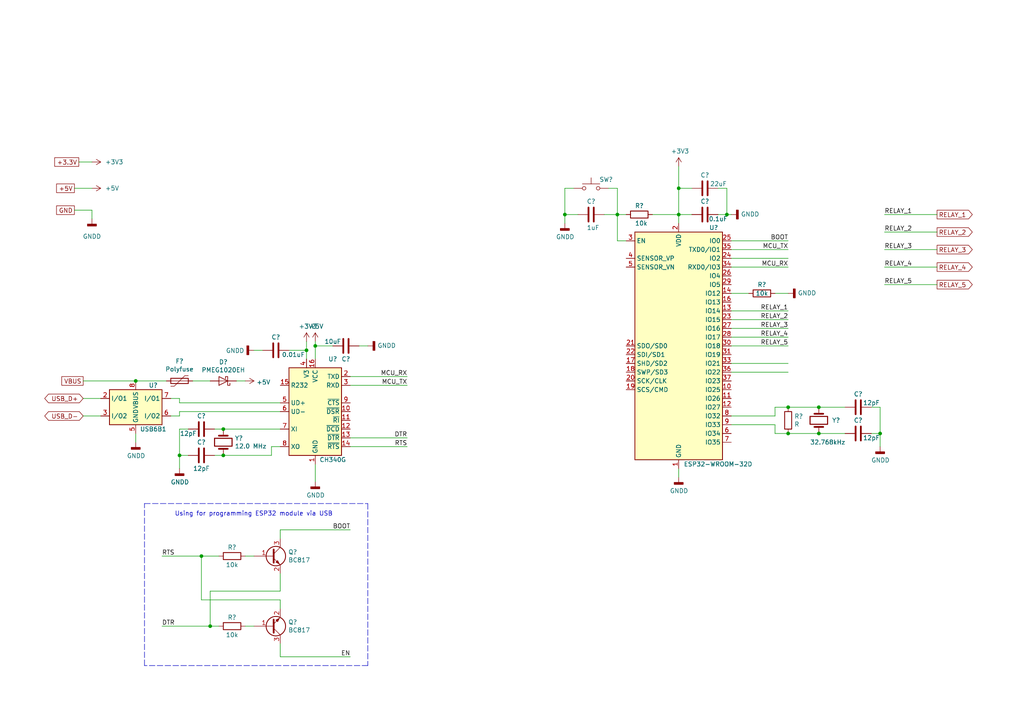
<source format=kicad_sch>
(kicad_sch (version 20211123) (generator eeschema)
  (paper "A4")
  (title_block (title "BoxyFarmer") (date "2022-03-20") (rev "v1.0"))
  (lib_symbols
    (symbol "Device:C" (pin_numbers hide) (pin_names (offset 0.254))
      (property "Reference" "C" (at 0.635 2.54 0))
      (property "Value" "C" (at 0.635 -2.54 0))
      (symbol "C_0_1"
        (polyline (pts (xy -2.032 -0.762) (xy 2.032 -0.762)) (stroke (width 0.508)))
        (polyline (pts (xy -2.032 0.762) (xy 2.032 0.762)) (stroke (width 0.508)))
      )
      (symbol "C_1_1"
        (pin passive line (at 0 3.81 270) (length 2.794) (name "~") (number "1"))
        (pin passive line (at 0 -3.81 90) (length 2.794) (name "~") (number "2"))
      )
    )
    (symbol "Device:Crystal" (pin_numbers hide) (pin_names (offset 1.016) hide)
      (property "Reference" "Y" (at 0 3.81 0))
      (property "Value" "Crystal" (at 0 -3.81 0))
      (symbol "Crystal_0_1"
        (rectangle (start -1.143 2.54) (end 1.143 -2.54) (stroke (width 0.3048)))
        (polyline (pts (xy -2.54 0) (xy -1.905 0)))
        (polyline (pts (xy -1.905 -1.27) (xy -1.905 1.27)) (stroke (width 0.508)))
        (polyline (pts (xy 1.905 -1.27) (xy 1.905 1.27)) (stroke (width 0.508)))
        (polyline (pts (xy 2.54 0) (xy 1.905 0)))
      )
      (symbol "Crystal_1_1"
        (pin passive line (at -3.81 0 0) (length 1.27) (name "1") (number "1"))
        (pin passive line (at 3.81 0 180) (length 1.27) (name "2") (number "2"))
      )
    )
    (symbol "Device:Polyfuse" (pin_numbers hide) (pin_names (offset 0))
      (property "Reference" "F" (at -2.54 0 90))
      (property "Value" "Polyfuse" (at 2.54 0 90))
      (symbol "Polyfuse_0_1"
        (rectangle (start -0.762 2.54) (end 0.762 -2.54) (stroke (width 0.254)))
        (polyline (pts (xy 0 2.54) (xy 0 -2.54)))
        (polyline (pts (xy -1.524 2.54) (xy -1.524 1.524) (xy 1.524 -1.524) (xy 1.524 -2.54)))
      )
      (symbol "Polyfuse_1_1"
        (pin passive line (at 0 3.81 270) (length 1.27) (name "~") (number "1"))
        (pin passive line (at 0 -3.81 90) (length 1.27) (name "~") (number "2"))
      )
    )
    (symbol "Device:R" (pin_numbers hide) (pin_names (offset 0))
      (property "Reference" "R" (at 2.032 0 90))
      (property "Value" "R" (at 0 0 90))
      (symbol "R_0_1"
        (rectangle (start -1.016 -2.54) (end 1.016 2.54) (stroke (width 0.254)))
      )
      (symbol "R_1_1"
        (pin passive line (at 0 3.81 270) (length 1.27) (name "~") (number "1"))
        (pin passive line (at 0 -3.81 90) (length 1.27) (name "~") (number "2"))
      )
    )
    (symbol "Diode:PMEG1020EH" (pin_numbers hide) (pin_names hide)
      (property "Reference" "D" (at 0 2.54 0))
      (property "Value" "PMEG1020EH" (at 0 -2.54 0))
      (symbol "PMEG1020EH_0_1"
        (polyline (pts (xy 1.27 0) (xy -1.27 0)))
        (polyline (pts (xy 1.27 1.27) (xy 1.27 -1.27) (xy -1.27 0) (xy 1.27 1.27)) (stroke (width 0.2032)))
        (polyline (pts (xy -1.905 0.635) (xy -1.905 1.27) (xy -1.27 1.27) (xy -1.27 -1.27) (xy -0.635 -1.27) (xy -0.635 -0.635)) (stroke (width 0.2032)))
      )
      (symbol "PMEG1020EH_1_1"
        (pin passive line (at -3.81 0 0) (length 2.54) (name "K") (number "1"))
        (pin passive line (at 3.81 0 180) (length 2.54) (name "A") (number "2"))
      )
    )
    (symbol "Interface_USB:CH340G"
      (property "Reference" "U" (at -5.08 13.97 0))
      (property "Value" "CH340G" (at 1.27 13.97 0))
      (symbol "CH340G_0_1"
        (rectangle (start -7.62 12.7) (end 7.62 -12.7) (stroke (width 0.254)) (fill (type background)))
      )
      (symbol "CH340G_1_1"
        (pin power_in line (at 0 -15.24 90) (length 2.54) (name "GND") (number "1"))
        (pin input line (at 10.16 0 180) (length 2.54) (name "~{DSR}") (number "10"))
        (pin input line (at 10.16 -2.54 180) (length 2.54) (name "~{RI}") (number "11"))
        (pin input line (at 10.16 -5.08 180) (length 2.54) (name "~{DCD}") (number "12"))
        (pin output line (at 10.16 -7.62 180) (length 2.54) (name "~{DTR}") (number "13"))
        (pin output line (at 10.16 -10.16 180) (length 2.54) (name "~{RTS}") (number "14"))
        (pin input line (at -10.16 7.62 0) (length 2.54) (name "R232") (number "15"))
        (pin power_in line (at 0 15.24 270) (length 2.54) (name "VCC") (number "16"))
        (pin output line (at 10.16 10.16 180) (length 2.54) (name "TXD") (number "2"))
        (pin input line (at 10.16 7.62 180) (length 2.54) (name "RXD") (number "3"))
        (pin passive line (at -2.54 15.24 270) (length 2.54) (name "V3") (number "4"))
        (pin bidirectional line (at -10.16 2.54 0) (length 2.54) (name "UD+") (number "5"))
        (pin bidirectional line (at -10.16 0 0) (length 2.54) (name "UD-") (number "6"))
        (pin input line (at -10.16 -5.08 0) (length 2.54) (name "XI") (number "7"))
        (pin output line (at -10.16 -10.16 0) (length 2.54) (name "XO") (number "8"))
        (pin input line (at 10.16 2.54 180) (length 2.54) (name "~{CTS}") (number "9"))
      )
    )
    (symbol "Power_Protection:USB6B1"
      (property "Reference" "U" (at 6.35 6.35 0))
      (property "Value" "USB6B1" (at 5.08 -6.35 0))
      (symbol "USB6B1_0_1"
        (rectangle (start -7.62 -5.08) (end 7.62 5.08) (stroke (width 0.254)) (fill (type background)))
      )
      (symbol "USB6B1_1_1"
        (pin passive line (at 0 7.62 270) (length 2.54) hide (name "VBUS") (number "1"))
        (pin passive line (at -10.16 2.54 0) (length 2.54) (name "I/O1") (number "2"))
        (pin passive line (at -10.16 -2.54 0) (length 2.54) (name "I/O2") (number "3"))
        (pin passive line (at 0 -7.62 90) (length 2.54) hide (name "GND") (number "4"))
        (pin passive line (at 0 -7.62 90) (length 2.54) (name "GND") (number "5"))
        (pin passive line (at 10.16 -2.54 180) (length 2.54) (name "I/O2") (number "6"))
        (pin passive line (at 10.16 2.54 180) (length 2.54) (name "I/O1") (number "7"))
        (pin passive line (at 0 7.62 270) (length 2.54) (name "VBUS") (number "8"))
      )
    )
    (symbol "RF_Module:ESP32-WROOM-32D"
      (property "Reference" "U" (at -12.7 34.29 0))
      (property "Value" "ESP32-WROOM-32D" (at 1.27 34.29 0))
      (symbol "ESP32-WROOM-32D_0_1"
        (rectangle (start -12.7 33.02) (end 12.7 -33.02) (stroke (width 0.254)) (fill (type background)))
      )
      (symbol "ESP32-WROOM-32D_1_1"
        (pin power_in line (at 0 -35.56 90) (length 2.54) (name "GND") (number "1"))
        (pin bidirectional line (at 15.24 -12.7 180) (length 2.54) (name "IO25") (number "10"))
        (pin bidirectional line (at 15.24 -15.24 180) (length 2.54) (name "IO26") (number "11"))
        (pin bidirectional line (at 15.24 -17.78 180) (length 2.54) (name "IO27") (number "12"))
        (pin bidirectional line (at 15.24 10.16 180) (length 2.54) (name "IO14") (number "13"))
        (pin bidirectional line (at 15.24 15.24 180) (length 2.54) (name "IO12") (number "14"))
        (pin passive line (at 0 -35.56 90) (length 2.54) hide (name "GND") (number "15"))
        (pin bidirectional line (at 15.24 12.7 180) (length 2.54) (name "IO13") (number "16"))
        (pin bidirectional line (at -15.24 -5.08 0) (length 2.54) (name "SHD/SD2") (number "17"))
        (pin bidirectional line (at -15.24 -7.62 0) (length 2.54) (name "SWP/SD3") (number "18"))
        (pin bidirectional line (at -15.24 -12.7 0) (length 2.54) (name "SCS/CMD") (number "19"))
        (pin power_in line (at 0 35.56 270) (length 2.54) (name "VDD") (number "2"))
        (pin bidirectional line (at -15.24 -10.16 0) (length 2.54) (name "SCK/CLK") (number "20"))
        (pin bidirectional line (at -15.24 0 0) (length 2.54) (name "SDO/SD0") (number "21"))
        (pin bidirectional line (at -15.24 -2.54 0) (length 2.54) (name "SDI/SD1") (number "22"))
        (pin bidirectional line (at 15.24 7.62 180) (length 2.54) (name "IO15") (number "23"))
        (pin bidirectional line (at 15.24 25.4 180) (length 2.54) (name "IO2") (number "24"))
        (pin bidirectional line (at 15.24 30.48 180) (length 2.54) (name "IO0") (number "25"))
        (pin bidirectional line (at 15.24 20.32 180) (length 2.54) (name "IO4") (number "26"))
        (pin bidirectional line (at 15.24 5.08 180) (length 2.54) (name "IO16") (number "27"))
        (pin bidirectional line (at 15.24 2.54 180) (length 2.54) (name "IO17") (number "28"))
        (pin bidirectional line (at 15.24 17.78 180) (length 2.54) (name "IO5") (number "29"))
        (pin input line (at -15.24 30.48 0) (length 2.54) (name "EN") (number "3"))
        (pin bidirectional line (at 15.24 0 180) (length 2.54) (name "IO18") (number "30"))
        (pin bidirectional line (at 15.24 -2.54 180) (length 2.54) (name "IO19") (number "31"))
        (pin no_connect line (at -12.7 -27.94 0) (length 2.54) hide (name "NC") (number "32"))
        (pin bidirectional line (at 15.24 -5.08 180) (length 2.54) (name "IO21") (number "33"))
        (pin bidirectional line (at 15.24 22.86 180) (length 2.54) (name "RXD0/IO3") (number "34"))
        (pin bidirectional line (at 15.24 27.94 180) (length 2.54) (name "TXD0/IO1") (number "35"))
        (pin bidirectional line (at 15.24 -7.62 180) (length 2.54) (name "IO22") (number "36"))
        (pin bidirectional line (at 15.24 -10.16 180) (length 2.54) (name "IO23") (number "37"))
        (pin passive line (at 0 -35.56 90) (length 2.54) hide (name "GND") (number "38"))
        (pin passive line (at 0 -35.56 90) (length 2.54) hide (name "GND") (number "39"))
        (pin input line (at -15.24 25.4 0) (length 2.54) (name "SENSOR_VP") (number "4"))
        (pin input line (at -15.24 22.86 0) (length 2.54) (name "SENSOR_VN") (number "5"))
        (pin input line (at 15.24 -25.4 180) (length 2.54) (name "IO34") (number "6"))
        (pin input line (at 15.24 -27.94 180) (length 2.54) (name "IO35") (number "7"))
        (pin bidirectional line (at 15.24 -20.32 180) (length 2.54) (name "IO32") (number "8"))
        (pin bidirectional line (at 15.24 -22.86 180) (length 2.54) (name "IO33") (number "9"))
      )
    )
    (symbol "Switch:SW_Push" (pin_numbers hide) (pin_names (offset 1.016) hide)
      (property "Reference" "SW" (at 1.27 2.54 0))
      (property "Value" "SW_Push" (at 0 -1.524 0))
      (symbol "SW_Push_0_1"
        (circle (center -2.032 0) (radius 0.508))
        (polyline (pts (xy 0 1.27) (xy 0 3.048)))
        (polyline (pts (xy 2.54 1.27) (xy -2.54 1.27)))
        (circle (center 2.032 0) (radius 0.508))
        (pin passive line (at -5.08 0 0) (length 2.54) (name "1") (number "1"))
        (pin passive line (at 5.08 0 180) (length 2.54) (name "2") (number "2"))
      )
    )
    (symbol "Transistor_BJT:BC817" (pin_names (offset 0) hide)
      (property "Reference" "Q" (at 5.08 1.905 0))
      (property "Value" "BC817" (at 5.08 0 0))
      (symbol "BC817_0_1"
        (polyline (pts (xy 0.635 0.635) (xy 2.54 2.54)))
        (polyline (pts (xy 0.635 -0.635) (xy 2.54 -2.54) (xy 2.54 -2.54)))
        (polyline (pts (xy 0.635 1.905) (xy 0.635 -1.905) (xy 0.635 -1.905)) (stroke (width 0.508)))
        (polyline (pts (xy 1.27 -1.778) (xy 1.778 -1.27) (xy 2.286 -2.286) (xy 1.27 -1.778) (xy 1.27 -1.778)) (fill (type outline)))
        (circle (center 1.27 0) (radius 2.8194) (stroke (width 0.254)))
      )
      (symbol "BC817_1_1"
        (pin input line (at -5.08 0 0) (length 5.715) (name "B") (number "1"))
        (pin passive line (at 2.54 -5.08 90) (length 2.54) (name "E") (number "2"))
        (pin passive line (at 2.54 5.08 270) (length 2.54) (name "C") (number "3"))
      )
    )
    (symbol "power:+3.3V" (power) (pin_names (offset 0))
      (property "Value" "+3.3V" (at 0 3.556 0))
      (symbol "+3.3V_0_1"
        (polyline (pts (xy -0.762 1.27) (xy 0 2.54)))
        (polyline (pts (xy 0 0) (xy 0 2.54)))
        (polyline (pts (xy 0 2.54) (xy 0.762 1.27)))
      )
      (symbol "+3.3V_1_1"
        (pin power_in line (at 0 0 90) (length 0) hide (name "+3V3") (number "1"))
      )
    )
    (symbol "power:+3V3" (power) (pin_names (offset 0))
      (property "Value" "+3V3" (at 0 3.556 0))
      (symbol "+3V3_0_1"
        (polyline (pts (xy -0.762 1.27) (xy 0 2.54)))
        (polyline (pts (xy 0 0) (xy 0 2.54)))
        (polyline (pts (xy 0 2.54) (xy 0.762 1.27)))
      )
      (symbol "+3V3_1_1"
        (pin power_in line (at 0 0 90) (length 0) hide (name "+3V3") (number "1"))
      )
    )
    (symbol "power:+5V" (power) (pin_names (offset 0))
      (property "Value" "+5V" (at 0 3.556 0))
      (symbol "+5V_0_1"
        (polyline (pts (xy -0.762 1.27) (xy 0 2.54)))
        (polyline (pts (xy 0 0) (xy 0 2.54)))
        (polyline (pts (xy 0 2.54) (xy 0.762 1.27)))
      )
      (symbol "+5V_1_1"
        (pin power_in line (at 0 0 90) (length 0) hide (name "+5V") (number "1"))
      )
    )
    (symbol "power:GNDD" (power) (pin_names (offset 0))
      (property "Value" "GNDD" (at 0 -3.175 0))
      (symbol "GNDD_0_1"
        (rectangle (start -1.27 -1.524) (end 1.27 -2.032) (stroke (width 0.254)) (fill (type outline)))
        (polyline (pts (xy 0 0) (xy 0 -1.524)))
      )
      (symbol "GNDD_1_1"
        (pin power_in line (at 0 0 270) (length 0) hide (name "GNDD") (number "1"))
      )
    )
  )
  (junction (at 64.77 124.46))
  (junction (at 237.49 125.73))
  (junction (at 52.07 132.08))
  (junction (at 88.9 101.6))
  (junction (at 64.77 132.08))
  (junction (at 255.27 125.73))
  (junction (at 228.6 125.73))
  (junction (at 60.96 181.61))
  (junction (at 196.85 54.61))
  (junction (at 196.85 62.23))
  (junction (at 179.07 62.23))
  (junction (at 91.44 100.33))
  (junction (at 237.49 118.11))
  (junction (at 163.83 62.23))
  (junction (at 58.42 161.29))
  (junction (at 228.6 118.11))
  (junction (at 210.82 62.23))
  (junction (at 39.37 110.49))
  (wire (pts (xy 179.07 69.85) (xy 181.61 69.85)))
  (wire (pts (xy 212.09 95.25) (xy 228.6 95.25)))
  (wire (pts (xy 81.28 156.21) (xy 81.28 153.67)))
  (wire (pts (xy 22.86 46.99) (xy 26.67 46.99)))
  (wire (pts (xy 224.79 120.65) (xy 224.79 118.11)))
  (wire (pts (xy 81.28 153.67) (xy 101.6 153.67)))
  (wire (pts (xy 252.73 118.11) (xy 255.27 118.11)))
  (wire (pts (xy 101.6 129.54) (xy 118.11 129.54)))
  (wire (pts (xy 245.11 125.73) (xy 237.49 125.73)))
  (wire (pts (xy 189.23 62.23) (xy 196.85 62.23)))
  (wire (pts (xy 88.9 99.06) (xy 88.9 101.6)))
  (wire (pts (xy 29.21 115.57) (xy 24.13 115.57)))
  (wire (pts (xy 255.27 125.73) (xy 255.27 129.54)))
  (polyline (pts (xy 41.91 193.04) (xy 41.91 146.05)))
  (wire (pts (xy 163.83 54.61) (xy 163.83 62.23)))
  (wire (pts (xy 237.49 118.11) (xy 245.11 118.11)))
  (wire (pts (xy 88.9 101.6) (xy 88.9 104.14)))
  (wire (pts (xy 81.28 186.69) (xy 81.28 190.5)))
  (wire (pts (xy 196.85 48.26) (xy 196.85 54.61)))
  (wire (pts (xy 24.13 110.49) (xy 39.37 110.49)))
  (wire (pts (xy 62.23 132.08) (xy 64.77 132.08)))
  (wire (pts (xy 71.12 110.49) (xy 68.58 110.49)))
  (wire (pts (xy 255.27 125.73) (xy 252.73 125.73)))
  (wire (pts (xy 256.54 67.31) (xy 271.78 67.31)))
  (wire (pts (xy 212.09 77.47) (xy 228.6 77.47)))
  (wire (pts (xy 237.49 125.73) (xy 228.6 125.73)))
  (wire (pts (xy 166.37 54.61) (xy 163.83 54.61)))
  (wire (pts (xy 212.09 105.41) (xy 228.6 105.41)))
  (wire (pts (xy 81.28 171.45) (xy 60.96 171.45)))
  (wire (pts (xy 101.6 109.22) (xy 118.11 109.22)))
  (wire (pts (xy 71.12 181.61) (xy 73.66 181.61)))
  (wire (pts (xy 224.79 85.09) (xy 228.6 85.09)))
  (wire (pts (xy 62.23 124.46) (xy 64.77 124.46)))
  (wire (pts (xy 175.26 62.23) (xy 179.07 62.23)))
  (wire (pts (xy 212.09 69.85) (xy 228.6 69.85)))
  (wire (pts (xy 196.85 62.23) (xy 196.85 64.77)))
  (wire (pts (xy 52.07 135.89) (xy 52.07 132.08)))
  (wire (pts (xy 81.28 190.5) (xy 101.6 190.5)))
  (wire (pts (xy 26.67 60.96) (xy 21.59 60.96)))
  (wire (pts (xy 73.66 101.6) (xy 76.2 101.6)))
  (wire (pts (xy 212.09 120.65) (xy 224.79 120.65)))
  (wire (pts (xy 63.5 161.29) (xy 58.42 161.29)))
  (wire (pts (xy 255.27 118.11) (xy 255.27 125.73)))
  (wire (pts (xy 71.12 161.29) (xy 73.66 161.29)))
  (wire (pts (xy 224.79 123.19) (xy 224.79 125.73)))
  (wire (pts (xy 212.09 74.93) (xy 228.6 74.93)))
  (wire (pts (xy 210.82 62.23) (xy 208.28 62.23)))
  (wire (pts (xy 96.52 100.33) (xy 91.44 100.33)))
  (wire (pts (xy 179.07 62.23) (xy 181.61 62.23)))
  (polyline (pts (xy 106.68 193.04) (xy 41.91 193.04)))
  (wire (pts (xy 212.09 123.19) (xy 224.79 123.19)))
  (wire (pts (xy 55.88 110.49) (xy 60.96 110.49)))
  (wire (pts (xy 48.26 110.49) (xy 39.37 110.49)))
  (wire (pts (xy 212.09 107.95) (xy 228.6 107.95)))
  (wire (pts (xy 64.77 132.08) (xy 78.74 132.08)))
  (wire (pts (xy 163.83 64.77) (xy 163.83 62.23)))
  (wire (pts (xy 212.09 72.39) (xy 228.6 72.39)))
  (wire (pts (xy 208.28 54.61) (xy 210.82 54.61)))
  (wire (pts (xy 212.09 100.33) (xy 228.6 100.33)))
  (wire (pts (xy 163.83 62.23) (xy 167.64 62.23)))
  (wire (pts (xy 52.07 132.08) (xy 54.61 132.08)))
  (wire (pts (xy 52.07 116.84) (xy 81.28 116.84)))
  (wire (pts (xy 217.17 85.09) (xy 212.09 85.09)))
  (wire (pts (xy 196.85 138.43) (xy 196.85 135.89)))
  (wire (pts (xy 212.09 62.23) (xy 210.82 62.23)))
  (wire (pts (xy 78.74 132.08) (xy 78.74 129.54)))
  (wire (pts (xy 60.96 171.45) (xy 60.96 181.61)))
  (wire (pts (xy 91.44 99.06) (xy 91.44 100.33)))
  (wire (pts (xy 256.54 62.23) (xy 271.78 62.23)))
  (wire (pts (xy 39.37 128.27) (xy 39.37 125.73)))
  (wire (pts (xy 104.14 100.33) (xy 106.68 100.33)))
  (wire (pts (xy 81.28 176.53) (xy 81.28 173.99)))
  (wire (pts (xy 54.61 124.46) (xy 52.07 124.46)))
  (wire (pts (xy 237.49 118.11) (xy 228.6 118.11)))
  (wire (pts (xy 29.21 120.65) (xy 24.13 120.65)))
  (wire (pts (xy 91.44 100.33) (xy 91.44 104.14)))
  (wire (pts (xy 212.09 90.17) (xy 228.6 90.17)))
  (wire (pts (xy 26.67 63.5) (xy 26.67 60.96)))
  (wire (pts (xy 83.82 101.6) (xy 88.9 101.6)))
  (wire (pts (xy 52.07 116.84) (xy 52.07 115.57)))
  (wire (pts (xy 78.74 129.54) (xy 81.28 129.54)))
  (wire (pts (xy 91.44 134.62) (xy 91.44 139.7)))
  (wire (pts (xy 52.07 124.46) (xy 52.07 132.08)))
  (wire (pts (xy 58.42 173.99) (xy 58.42 161.29)))
  (wire (pts (xy 64.77 124.46) (xy 81.28 124.46)))
  (wire (pts (xy 224.79 125.73) (xy 228.6 125.73)))
  (wire (pts (xy 21.59 54.61) (xy 26.67 54.61)))
  (wire (pts (xy 256.54 82.55) (xy 271.78 82.55)))
  (wire (pts (xy 212.09 92.71) (xy 228.6 92.71)))
  (wire (pts (xy 81.28 173.99) (xy 58.42 173.99)))
  (wire (pts (xy 200.66 54.61) (xy 196.85 54.61)))
  (wire (pts (xy 212.09 97.79) (xy 228.6 97.79)))
  (wire (pts (xy 52.07 119.38) (xy 52.07 120.65)))
  (wire (pts (xy 179.07 54.61) (xy 179.07 62.23)))
  (wire (pts (xy 176.53 54.61) (xy 179.07 54.61)))
  (wire (pts (xy 101.6 111.76) (xy 118.11 111.76)))
  (wire (pts (xy 52.07 119.38) (xy 81.28 119.38)))
  (polyline (pts (xy 41.91 146.05) (xy 106.68 146.05)))
  (wire (pts (xy 81.28 166.37) (xy 81.28 171.45)))
  (wire (pts (xy 63.5 181.61) (xy 60.96 181.61)))
  (wire (pts (xy 210.82 54.61) (xy 210.82 62.23)))
  (wire (pts (xy 101.6 127) (xy 118.11 127)))
  (wire (pts (xy 179.07 62.23) (xy 179.07 69.85)))
  (wire (pts (xy 58.42 161.29) (xy 46.99 161.29)))
  (polyline (pts (xy 106.68 146.05) (xy 106.68 193.04)))
  (wire (pts (xy 60.96 181.61) (xy 46.99 181.61)))
  (wire (pts (xy 256.54 72.39) (xy 271.78 72.39)))
  (wire (pts (xy 224.79 118.11) (xy 228.6 118.11)))
  (wire (pts (xy 200.66 62.23) (xy 196.85 62.23)))
  (wire (pts (xy 196.85 54.61) (xy 196.85 62.23)))
  (wire (pts (xy 52.07 120.65) (xy 49.53 120.65)))
  (wire (pts (xy 256.54 77.47) (xy 271.78 77.47)))
  (wire (pts (xy 52.07 115.57) (xy 49.53 115.57)))
  (text "Using for programming ESP32 module via USB" (at 96.52 149.86 180) (effects (font (size 1.27 1.27)) (justify right bottom)))
  (label "RELAY_3" (at 256.54 72.39 0))
  (label "RTS" (at 118.11 129.54 180))
  (label "DTR" (at 46.99 181.61 0))
  (label "RELAY_3" (at 228.6 95.25 180))
  (label "RELAY_4" (at 256.54 77.47 0))
  (label "BOOT" (at 101.6 153.67 180))
  (label "RELAY_5" (at 228.6 100.33 180))
  (label "RELAY_4" (at 228.6 97.79 180))
  (label "MCU_TX" (at 118.11 111.76 180))
  (label "RELAY_2" (at 256.54 67.31 0))
  (label "MCU_RX" (at 228.6 77.47 180))
  (label "RELAY_1" (at 228.6 90.17 180))
  (label "RELAY_2" (at 228.6 92.71 180))
  (label "EN" (at 101.6 190.5 180))
  (label "MCU_RX" (at 118.11 109.22 180))
  (label "RELAY_1" (at 256.54 62.23 0))
  (label "MCU_TX" (at 228.6 72.39 180))
  (label "RELAY_5" (at 256.54 82.55 0))
  (label "BOOT" (at 228.6 69.85 180))
  (label "RTS" (at 46.99 161.29 0))
  (label "DTR" (at 118.11 127 180))
  (global_label "RELAY_5" (shape output) (at 271.78 82.55 0) (property "Intersheet References" "${INTERSHEET_REFS}" (effects hide)))
  (global_label "USB_D+" (shape bidirectional) (at 24.13 115.57 180) (property "Intersheet References" "${INTERSHEET_REFS}" (effects hide)))
  (global_label "RELAY_4" (shape output) (at 271.78 77.47 0) (property "Intersheet References" "${INTERSHEET_REFS}" (effects hide)))
  (global_label "RELAY_1" (shape output) (at 271.78 62.23 0) (property "Intersheet References" "${INTERSHEET_REFS}" (effects hide)))
  (global_label "RELAY_2" (shape output) (at 271.78 67.31 0) (property "Intersheet References" "${INTERSHEET_REFS}" (effects hide)))
  (global_label "VBUS" (shape passive) (at 24.13 110.49 180) (property "Intersheet References" "${INTERSHEET_REFS}" (effects hide)))
  (global_label "+5V" (shape passive) (at 21.59 54.61 180) (property "Intersheet References" "${INTERSHEET_REFS}" (effects hide)))
  (global_label "USB_D-" (shape bidirectional) (at 24.13 120.65 180) (property "Intersheet References" "${INTERSHEET_REFS}" (effects hide)))
  (global_label "GND" (shape passive) (at 21.59 60.96 180) (property "Intersheet References" "${INTERSHEET_REFS}" (effects hide)))
  (global_label "RELAY_3" (shape output) (at 271.78 72.39 0) (property "Intersheet References" "${INTERSHEET_REFS}" (effects hide)))
  (global_label "+3.3V" (shape passive) (at 22.86 46.99 180) (property "Intersheet References" "${INTERSHEET_REFS}" (effects hide)))
  (symbol (lib_id "RF_Module:ESP32-WROOM-32D") (at 196.85 100.33 0) (unit 1)
    (property "Reference" "U?" (at 207.01 66.04 0))
    (property "Value" "ESP32-WROOM-32D" (at 208.28 134.62 0))
    (property "Footprint" "RF_Module:ESP32-WROOM-32" (effects hide))
    (property "Datasheet" "https://www.espressif.com/sites/default/files/documentation/esp32-wroom-32d_esp32-wroom-32u_datasheet_en.pdf" (effects hide))
  )
  (symbol (lib_id "power:GNDD") (at 196.85 138.43 0) (unit 1)
    (property "Reference" "#PWR?" (effects hide))
    (property "Value" "GNDD" (at 196.9516 142.367 0))
  )
  (symbol (lib_id "power:+3V3") (at 196.85 48.26 0) (unit 1)
    (property "Reference" "#PWR?" (effects hide))
    (property "Value" "+3V3" (at 197.231 43.8658 0))
  )
  (symbol (lib_id "Device:C") (at 204.47 62.23 270) (unit 1)
    (property "Reference" "C?" (at 204.47 58.42 90))
    (property "Value" "0.1uF" (at 208.28 63.5 90))
    (property "Footprint" "Capacitor_SMD:C_0603_1608Metric" (effects hide))
  )
  (symbol (lib_id "power:GNDD") (at 212.09 62.23 90) (unit 1)
    (property "Reference" "#PWR?" (effects hide))
    (property "Value" "GNDD" (at 214.884 62.1284 90) (effects (justify right)))
  )
  (symbol (lib_id "Device:Crystal") (at 237.49 121.92 270) (unit 1)
    (property "Reference" "Y?" (at 241.3 121.92 90) (effects (justify left)))
    (property "Value" "32.768kHz" (at 234.95 128.27 90) (effects (justify left)))
  )
  (symbol (lib_id "Device:R") (at 228.6 121.92 0) (unit 1)
    (property "Reference" "R?" (at 230.378 120.7516 0) (effects (justify left)))
    (property "Value" "R" (at 230.378 123.063 0) (effects (justify left)))
  )
  (symbol (lib_id "Device:C") (at 248.92 118.11 270) (unit 1)
    (property "Reference" "C?" (at 248.92 114.3 90))
    (property "Value" "12pF" (at 252.73 116.84 90))
  )
  (symbol (lib_id "Device:C") (at 248.92 125.73 270) (unit 1)
    (property "Reference" "C?" (at 248.92 121.92 90))
    (property "Value" "12pF" (at 252.73 127 90))
  )
  (symbol (lib_id "power:GNDD") (at 255.27 129.54 0) (unit 1)
    (property "Reference" "#PWR?" (effects hide))
    (property "Value" "GNDD" (at 255.3716 133.477 0))
  )
  (symbol (lib_id "Device:R") (at 185.42 62.23 270) (unit 1)
    (property "Reference" "R?" (at 184.15 59.69 90) (effects (justify left)))
    (property "Value" "10k" (at 184.15 64.77 90) (effects (justify left)))
  )
  (symbol (lib_id "Device:C") (at 171.45 62.23 270) (unit 1)
    (property "Reference" "C?" (at 170.18 58.42 90) (effects (justify left)))
    (property "Value" "1uF" (at 170.18 66.04 90) (effects (justify left)))
  )
  (symbol (lib_id "Switch:SW_Push") (at 171.45 54.61 0) (unit 1)
    (property "Reference" "SW?" (at 177.8 52.07 0) (effects (justify right)))
    (property "Value" "SW_Push" (effects hide))
  )
  (symbol (lib_id "power:GNDD") (at 163.83 64.77 0) (unit 1)
    (property "Reference" "#PWR?" (effects hide))
    (property "Value" "GNDD" (at 163.9316 68.707 0))
  )
  (symbol (lib_id "Device:R") (at 220.98 85.09 270) (unit 1)
    (property "Reference" "R?" (at 220.98 82.55 90))
    (property "Value" "10k" (at 220.98 85.09 90))
  )
  (symbol (lib_id "power:GNDD") (at 228.6 85.09 90) (unit 1)
    (property "Reference" "#PWR?" (effects hide))
    (property "Value" "GNDD" (at 231.394 84.9884 90) (effects (justify right)))
  )
  (symbol (lib_id "Transistor_BJT:BC817") (at 78.74 161.29 0) (unit 1)
    (property "Reference" "Q?" (at 83.5914 160.1216 0) (effects (justify left)))
    (property "Value" "BC817" (at 83.5914 162.433 0) (effects (justify left)))
    (property "Footprint" "Package_TO_SOT_SMD:SOT-23" (effects hide))
    (property "Datasheet" "https://www.onsemi.com/pub/Collateral/BC818-D.pdf" (effects hide))
  )
  (symbol (lib_id "Transistor_BJT:BC817") (at 78.74 181.61 0) (mirror x) (unit 1)
    (property "Reference" "Q?" (at 83.5914 180.4416 0) (effects (justify left)))
    (property "Value" "BC817" (at 83.5914 182.753 0) (effects (justify left)))
    (property "Footprint" "Package_TO_SOT_SMD:SOT-23" (effects hide))
    (property "Datasheet" "https://www.onsemi.com/pub/Collateral/BC818-D.pdf" (effects hide))
  )
  (symbol (lib_id "Device:R") (at 67.31 181.61 270) (unit 1)
    (property "Reference" "R?" (at 67.31 179.07 90))
    (property "Value" "10k" (at 67.31 184.15 90))
  )
  (symbol (lib_id "Device:R") (at 67.31 161.29 270) (unit 1)
    (property "Reference" "R?" (at 67.31 158.75 90))
    (property "Value" "10k" (at 67.31 163.83 90))
  )
  (symbol (lib_id "Power_Protection:USB6B1") (at 39.37 118.11 0) (unit 1)
    (property "Reference" "U?" (at 44.45 111.76 0))
    (property "Value" "USB6B1" (at 44.45 124.46 0))
    (property "Footprint" "Package_SO:SOIC-8_3.9x4.9mm_P1.27mm" (effects hide))
    (property "Datasheet" "http://www.st.com/content/ccc/resource/technical/document/datasheet/3e/ec/b2/54/b2/76/47/90/CD00001361.pdf/files/CD00001361.pdf/jcr:content/translations/en.CD00001361.pdf" (effects hide))
  )
  (symbol (lib_id "power:GNDD") (at 39.37 128.27 0) (unit 1)
    (property "Reference" "#PWR?" (effects hide))
    (property "Value" "GNDD" (at 39.4716 132.207 0))
  )
  (symbol (lib_id "Device:C") (at 80.01 101.6 270) (unit 1)
    (property "Reference" "C?" (at 80.01 97.79 90))
    (property "Value" "0.01uF" (at 85.09 102.87 90))
  )
  (symbol (lib_id "Device:C") (at 100.33 100.33 90) (unit 1)
    (property "Reference" "C?" (at 100.33 104.14 90))
    (property "Value" "10uF" (at 96.52 99.06 90))
  )
  (symbol (lib_id "power:GNDD") (at 73.66 101.6 270) (unit 1)
    (property "Reference" "#PWR?" (effects hide))
    (property "Value" "GNDD" (at 70.866 101.7016 90) (effects (justify right)))
  )
  (symbol (lib_id "Device:C") (at 204.47 54.61 90) (unit 1)
    (property "Reference" "C?" (at 205.74 50.8 90) (effects (justify left)))
    (property "Value" "22uF" (at 210.82 53.34 90) (effects (justify left)))
  )
  (symbol (lib_id "power:GNDD") (at 91.44 139.7 0) (unit 1)
    (property "Reference" "#PWR?" (effects hide))
    (property "Value" "GNDD" (at 91.5416 143.637 0))
  )
  (symbol (lib_id "Interface_USB:CH340G") (at 91.44 119.38 0) (unit 1)
    (property "Reference" "U?" (at 96.52 104.14 0))
    (property "Value" "CH340G" (at 96.52 133.35 0))
    (property "Footprint" "Package_SO:SOIC-16_3.9x9.9mm_P1.27mm" (effects hide))
    (property "Datasheet" "http://www.datasheet5.com/pdf-local-2195953" (effects hide))
  )
  (symbol (lib_id "Device:Crystal") (at 64.77 128.27 270) (unit 1)
    (property "Reference" "Y?" (at 68.0974 127.1016 90) (effects (justify left)))
    (property "Value" "12.0 MHz" (at 68.0974 129.413 90) (effects (justify left)))
  )
  (symbol (lib_id "Device:C") (at 58.42 124.46 270) (unit 1)
    (property "Reference" "C?" (at 58.42 120.65 90))
    (property "Value" "12pF" (at 54.61 125.73 90))
  )
  (symbol (lib_id "Device:C") (at 58.42 132.08 90) (unit 1)
    (property "Reference" "C?" (at 58.42 128.27 90))
    (property "Value" "12pF" (at 58.42 135.89 90))
  )
  (symbol (lib_id "power:GNDD") (at 52.07 135.89 0) (unit 1)
    (property "Reference" "#PWR?" (effects hide))
    (property "Value" "GNDD" (at 52.1716 139.827 0))
  )
  (symbol (lib_id "power:+3.3V") (at 88.9 99.06 0) (unit 1)
    (property "Reference" "#PWR?" (effects hide))
    (property "Value" "+3.3V" (at 89.281 94.6658 0))
  )
  (symbol (lib_id "power:+5V") (at 91.44 99.06 0) (unit 1)
    (property "Reference" "#PWR?" (effects hide))
    (property "Value" "+5V" (at 91.821 94.6658 0))
  )
  (symbol (lib_id "power:GNDD") (at 106.68 100.33 90) (unit 1)
    (property "Reference" "#PWR?" (effects hide))
    (property "Value" "GNDD" (at 109.474 100.2284 90) (effects (justify right)))
  )
  (symbol (lib_id "Diode:PMEG1020EH") (at 64.77 110.49 180) (unit 1)
    (property "Reference" "D?" (at 64.77 105.0036 0))
    (property "Value" "PMEG1020EH" (at 64.77 107.315 0))
    (property "Footprint" "Diode_SMD:D_SOD-123F" (effects hide))
    (property "Datasheet" "https://assets.nexperia.com/documents/data-sheet/PMEG1020EH_EJ.pdf" (effects hide))
  )
  (symbol (lib_id "Device:Polyfuse") (at 52.07 110.49 270) (unit 1)
    (property "Reference" "F?" (at 52.07 104.775 90))
    (property "Value" "Polyfuse" (at 52.07 107.0864 90))
  )
  (symbol (lib_id "power:+5V") (at 71.12 110.49 270) (unit 1)
    (property "Reference" "#PWR?" (effects hide))
    (property "Value" "+5V" (at 74.3712 110.871 90) (effects (justify left)))
  )
  (symbol (lib_id "power:+3.3V") (at 26.67 46.99 270) (unit 1)
    (property "Reference" "#PWR?" (effects hide))
    (property "Value" "+3.3V" (at 30.48 46.9899 90) (effects (justify left)))
  )
  (symbol (lib_id "power:GNDD") (at 26.67 63.5 0) (unit 1)
    (property "Reference" "#PWR?" (effects hide))
    (property "Value" "GNDD" (at 26.67 68.58 0))
  )
  (symbol (lib_id "power:+5V") (at 26.67 54.61 270) (unit 1)
    (property "Reference" "#PWR?" (effects hide))
    (property "Value" "+5V" (at 30.48 54.6099 90) (effects (justify left)))
  )
)
</source>
